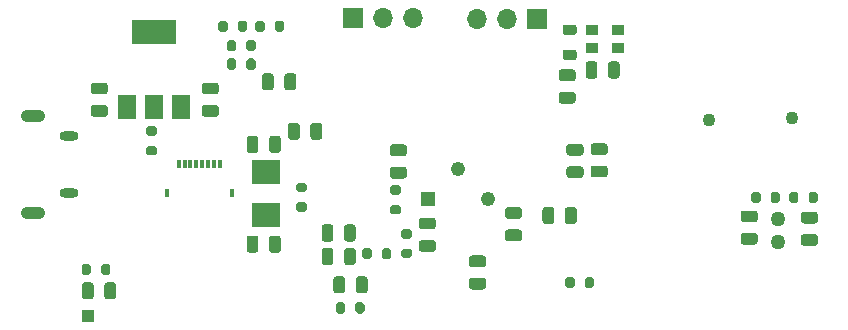
<source format=gbr>
%TF.GenerationSoftware,KiCad,Pcbnew,(5.1.9)-1*%
%TF.CreationDate,2021-04-11T16:36:30+08:00*%
%TF.ProjectId,st_usbAudioV1_demo,73745f75-7362-4417-9564-696f56315f64,rev?*%
%TF.SameCoordinates,Original*%
%TF.FileFunction,Soldermask,Bot*%
%TF.FilePolarity,Negative*%
%FSLAX46Y46*%
G04 Gerber Fmt 4.6, Leading zero omitted, Abs format (unit mm)*
G04 Created by KiCad (PCBNEW (5.1.9)-1) date 2021-04-11 16:36:30*
%MOMM*%
%LPD*%
G01*
G04 APERTURE LIST*
%ADD10O,1.700000X1.700000*%
%ADD11R,1.700000X1.700000*%
%ADD12R,1.000000X1.000000*%
%ADD13R,2.400000X2.000000*%
%ADD14O,2.100000X1.050000*%
%ADD15O,1.600000X0.800000*%
%ADD16R,1.000000X0.900000*%
%ADD17R,1.500000X2.000000*%
%ADD18R,3.800000X2.000000*%
%ADD19R,1.222000X1.222000*%
%ADD20C,1.222000*%
%ADD21C,1.258000*%
%ADD22C,1.100000*%
%ADD23R,0.400000X0.800000*%
%ADD24R,0.300000X0.800000*%
G04 APERTURE END LIST*
D10*
%TO.C,J1*%
X151640000Y-61000000D03*
X149100000Y-61000000D03*
D11*
X146560000Y-61000000D03*
%TD*%
D12*
%TO.C,RST*%
X124150000Y-86250000D03*
%TD*%
D13*
%TO.C,Y1*%
X139200000Y-77700000D03*
X139200000Y-74000000D03*
%TD*%
%TO.C,L2*%
G36*
G01*
X164518750Y-63687500D02*
X165281250Y-63687500D01*
G75*
G02*
X165500000Y-63906250I0J-218750D01*
G01*
X165500000Y-64343750D01*
G75*
G02*
X165281250Y-64562500I-218750J0D01*
G01*
X164518750Y-64562500D01*
G75*
G02*
X164300000Y-64343750I0J218750D01*
G01*
X164300000Y-63906250D01*
G75*
G02*
X164518750Y-63687500I218750J0D01*
G01*
G37*
G36*
G01*
X164518750Y-61562500D02*
X165281250Y-61562500D01*
G75*
G02*
X165500000Y-61781250I0J-218750D01*
G01*
X165500000Y-62218750D01*
G75*
G02*
X165281250Y-62437500I-218750J0D01*
G01*
X164518750Y-62437500D01*
G75*
G02*
X164300000Y-62218750I0J218750D01*
G01*
X164300000Y-61781250D01*
G75*
G02*
X164518750Y-61562500I218750J0D01*
G01*
G37*
%TD*%
D14*
%TO.C,USB1*%
X119432000Y-69300000D03*
X119432000Y-77500000D03*
D15*
X122512000Y-75825000D03*
X122512000Y-70975000D03*
%TD*%
D16*
%TO.C,X1*%
X166825000Y-63575000D03*
X168975000Y-63575000D03*
X168975000Y-62025000D03*
X166825000Y-62025000D03*
%TD*%
D17*
%TO.C,U2*%
X132025000Y-68500000D03*
X127425000Y-68500000D03*
X129725000Y-68500000D03*
D18*
X129725000Y-62200000D03*
%TD*%
D19*
%TO.C,RV1*%
X152910000Y-76300000D03*
D20*
X155450000Y-73760000D03*
X157990000Y-76300000D03*
%TD*%
%TO.C,R19*%
G36*
G01*
X129225000Y-71825000D02*
X129775000Y-71825000D01*
G75*
G02*
X129975000Y-72025000I0J-200000D01*
G01*
X129975000Y-72425000D01*
G75*
G02*
X129775000Y-72625000I-200000J0D01*
G01*
X129225000Y-72625000D01*
G75*
G02*
X129025000Y-72425000I0J200000D01*
G01*
X129025000Y-72025000D01*
G75*
G02*
X129225000Y-71825000I200000J0D01*
G01*
G37*
G36*
G01*
X129225000Y-70175000D02*
X129775000Y-70175000D01*
G75*
G02*
X129975000Y-70375000I0J-200000D01*
G01*
X129975000Y-70775000D01*
G75*
G02*
X129775000Y-70975000I-200000J0D01*
G01*
X129225000Y-70975000D01*
G75*
G02*
X129025000Y-70775000I0J200000D01*
G01*
X129025000Y-70375000D01*
G75*
G02*
X129225000Y-70175000I200000J0D01*
G01*
G37*
%TD*%
%TO.C,R18*%
G36*
G01*
X149000000Y-81225000D02*
X149000000Y-80675000D01*
G75*
G02*
X149200000Y-80475000I200000J0D01*
G01*
X149600000Y-80475000D01*
G75*
G02*
X149800000Y-80675000I0J-200000D01*
G01*
X149800000Y-81225000D01*
G75*
G02*
X149600000Y-81425000I-200000J0D01*
G01*
X149200000Y-81425000D01*
G75*
G02*
X149000000Y-81225000I0J200000D01*
G01*
G37*
G36*
G01*
X147350000Y-81225000D02*
X147350000Y-80675000D01*
G75*
G02*
X147550000Y-80475000I200000J0D01*
G01*
X147950000Y-80475000D01*
G75*
G02*
X148150000Y-80675000I0J-200000D01*
G01*
X148150000Y-81225000D01*
G75*
G02*
X147950000Y-81425000I-200000J0D01*
G01*
X147550000Y-81425000D01*
G75*
G02*
X147350000Y-81225000I0J200000D01*
G01*
G37*
%TD*%
%TO.C,R17*%
G36*
G01*
X151375000Y-79675000D02*
X150825000Y-79675000D01*
G75*
G02*
X150625000Y-79475000I0J200000D01*
G01*
X150625000Y-79075000D01*
G75*
G02*
X150825000Y-78875000I200000J0D01*
G01*
X151375000Y-78875000D01*
G75*
G02*
X151575000Y-79075000I0J-200000D01*
G01*
X151575000Y-79475000D01*
G75*
G02*
X151375000Y-79675000I-200000J0D01*
G01*
G37*
G36*
G01*
X151375000Y-81325000D02*
X150825000Y-81325000D01*
G75*
G02*
X150625000Y-81125000I0J200000D01*
G01*
X150625000Y-80725000D01*
G75*
G02*
X150825000Y-80525000I200000J0D01*
G01*
X151375000Y-80525000D01*
G75*
G02*
X151575000Y-80725000I0J-200000D01*
G01*
X151575000Y-81125000D01*
G75*
G02*
X151375000Y-81325000I-200000J0D01*
G01*
G37*
%TD*%
%TO.C,R16*%
G36*
G01*
X181925000Y-76475000D02*
X181925000Y-75925000D01*
G75*
G02*
X182125000Y-75725000I200000J0D01*
G01*
X182525000Y-75725000D01*
G75*
G02*
X182725000Y-75925000I0J-200000D01*
G01*
X182725000Y-76475000D01*
G75*
G02*
X182525000Y-76675000I-200000J0D01*
G01*
X182125000Y-76675000D01*
G75*
G02*
X181925000Y-76475000I0J200000D01*
G01*
G37*
G36*
G01*
X180275000Y-76475000D02*
X180275000Y-75925000D01*
G75*
G02*
X180475000Y-75725000I200000J0D01*
G01*
X180875000Y-75725000D01*
G75*
G02*
X181075000Y-75925000I0J-200000D01*
G01*
X181075000Y-76475000D01*
G75*
G02*
X180875000Y-76675000I-200000J0D01*
G01*
X180475000Y-76675000D01*
G75*
G02*
X180275000Y-76475000I0J200000D01*
G01*
G37*
%TD*%
%TO.C,R15*%
G36*
G01*
X185125000Y-76475000D02*
X185125000Y-75925000D01*
G75*
G02*
X185325000Y-75725000I200000J0D01*
G01*
X185725000Y-75725000D01*
G75*
G02*
X185925000Y-75925000I0J-200000D01*
G01*
X185925000Y-76475000D01*
G75*
G02*
X185725000Y-76675000I-200000J0D01*
G01*
X185325000Y-76675000D01*
G75*
G02*
X185125000Y-76475000I0J200000D01*
G01*
G37*
G36*
G01*
X183475000Y-76475000D02*
X183475000Y-75925000D01*
G75*
G02*
X183675000Y-75725000I200000J0D01*
G01*
X184075000Y-75725000D01*
G75*
G02*
X184275000Y-75925000I0J-200000D01*
G01*
X184275000Y-76475000D01*
G75*
G02*
X184075000Y-76675000I-200000J0D01*
G01*
X183675000Y-76675000D01*
G75*
G02*
X183475000Y-76475000I0J200000D01*
G01*
G37*
%TD*%
%TO.C,R14*%
G36*
G01*
X135950000Y-61425000D02*
X135950000Y-61975000D01*
G75*
G02*
X135750000Y-62175000I-200000J0D01*
G01*
X135350000Y-62175000D01*
G75*
G02*
X135150000Y-61975000I0J200000D01*
G01*
X135150000Y-61425000D01*
G75*
G02*
X135350000Y-61225000I200000J0D01*
G01*
X135750000Y-61225000D01*
G75*
G02*
X135950000Y-61425000I0J-200000D01*
G01*
G37*
G36*
G01*
X137600000Y-61425000D02*
X137600000Y-61975000D01*
G75*
G02*
X137400000Y-62175000I-200000J0D01*
G01*
X137000000Y-62175000D01*
G75*
G02*
X136800000Y-61975000I0J200000D01*
G01*
X136800000Y-61425000D01*
G75*
G02*
X137000000Y-61225000I200000J0D01*
G01*
X137400000Y-61225000D01*
G75*
G02*
X137600000Y-61425000I0J-200000D01*
G01*
G37*
%TD*%
%TO.C,R13*%
G36*
G01*
X139925000Y-61975000D02*
X139925000Y-61425000D01*
G75*
G02*
X140125000Y-61225000I200000J0D01*
G01*
X140525000Y-61225000D01*
G75*
G02*
X140725000Y-61425000I0J-200000D01*
G01*
X140725000Y-61975000D01*
G75*
G02*
X140525000Y-62175000I-200000J0D01*
G01*
X140125000Y-62175000D01*
G75*
G02*
X139925000Y-61975000I0J200000D01*
G01*
G37*
G36*
G01*
X138275000Y-61975000D02*
X138275000Y-61425000D01*
G75*
G02*
X138475000Y-61225000I200000J0D01*
G01*
X138875000Y-61225000D01*
G75*
G02*
X139075000Y-61425000I0J-200000D01*
G01*
X139075000Y-61975000D01*
G75*
G02*
X138875000Y-62175000I-200000J0D01*
G01*
X138475000Y-62175000D01*
G75*
G02*
X138275000Y-61975000I0J200000D01*
G01*
G37*
%TD*%
%TO.C,R11*%
G36*
G01*
X150425000Y-75975000D02*
X149875000Y-75975000D01*
G75*
G02*
X149675000Y-75775000I0J200000D01*
G01*
X149675000Y-75375000D01*
G75*
G02*
X149875000Y-75175000I200000J0D01*
G01*
X150425000Y-75175000D01*
G75*
G02*
X150625000Y-75375000I0J-200000D01*
G01*
X150625000Y-75775000D01*
G75*
G02*
X150425000Y-75975000I-200000J0D01*
G01*
G37*
G36*
G01*
X150425000Y-77625000D02*
X149875000Y-77625000D01*
G75*
G02*
X149675000Y-77425000I0J200000D01*
G01*
X149675000Y-77025000D01*
G75*
G02*
X149875000Y-76825000I200000J0D01*
G01*
X150425000Y-76825000D01*
G75*
G02*
X150625000Y-77025000I0J-200000D01*
G01*
X150625000Y-77425000D01*
G75*
G02*
X150425000Y-77625000I-200000J0D01*
G01*
G37*
%TD*%
%TO.C,R10*%
G36*
G01*
X145900000Y-85275000D02*
X145900000Y-85825000D01*
G75*
G02*
X145700000Y-86025000I-200000J0D01*
G01*
X145300000Y-86025000D01*
G75*
G02*
X145100000Y-85825000I0J200000D01*
G01*
X145100000Y-85275000D01*
G75*
G02*
X145300000Y-85075000I200000J0D01*
G01*
X145700000Y-85075000D01*
G75*
G02*
X145900000Y-85275000I0J-200000D01*
G01*
G37*
G36*
G01*
X147550000Y-85275000D02*
X147550000Y-85825000D01*
G75*
G02*
X147350000Y-86025000I-200000J0D01*
G01*
X146950000Y-86025000D01*
G75*
G02*
X146750000Y-85825000I0J200000D01*
G01*
X146750000Y-85275000D01*
G75*
G02*
X146950000Y-85075000I200000J0D01*
G01*
X147350000Y-85075000D01*
G75*
G02*
X147550000Y-85275000I0J-200000D01*
G01*
G37*
%TD*%
%TO.C,R7*%
G36*
G01*
X165325000Y-83125000D02*
X165325000Y-83675000D01*
G75*
G02*
X165125000Y-83875000I-200000J0D01*
G01*
X164725000Y-83875000D01*
G75*
G02*
X164525000Y-83675000I0J200000D01*
G01*
X164525000Y-83125000D01*
G75*
G02*
X164725000Y-82925000I200000J0D01*
G01*
X165125000Y-82925000D01*
G75*
G02*
X165325000Y-83125000I0J-200000D01*
G01*
G37*
G36*
G01*
X166975000Y-83125000D02*
X166975000Y-83675000D01*
G75*
G02*
X166775000Y-83875000I-200000J0D01*
G01*
X166375000Y-83875000D01*
G75*
G02*
X166175000Y-83675000I0J200000D01*
G01*
X166175000Y-83125000D01*
G75*
G02*
X166375000Y-82925000I200000J0D01*
G01*
X166775000Y-82925000D01*
G75*
G02*
X166975000Y-83125000I0J-200000D01*
G01*
G37*
%TD*%
%TO.C,R6*%
G36*
G01*
X141925000Y-76600000D02*
X142475000Y-76600000D01*
G75*
G02*
X142675000Y-76800000I0J-200000D01*
G01*
X142675000Y-77200000D01*
G75*
G02*
X142475000Y-77400000I-200000J0D01*
G01*
X141925000Y-77400000D01*
G75*
G02*
X141725000Y-77200000I0J200000D01*
G01*
X141725000Y-76800000D01*
G75*
G02*
X141925000Y-76600000I200000J0D01*
G01*
G37*
G36*
G01*
X141925000Y-74950000D02*
X142475000Y-74950000D01*
G75*
G02*
X142675000Y-75150000I0J-200000D01*
G01*
X142675000Y-75550000D01*
G75*
G02*
X142475000Y-75750000I-200000J0D01*
G01*
X141925000Y-75750000D01*
G75*
G02*
X141725000Y-75550000I0J200000D01*
G01*
X141725000Y-75150000D01*
G75*
G02*
X141925000Y-74950000I200000J0D01*
G01*
G37*
%TD*%
%TO.C,R4*%
G36*
G01*
X136675000Y-63075000D02*
X136675000Y-63625000D01*
G75*
G02*
X136475000Y-63825000I-200000J0D01*
G01*
X136075000Y-63825000D01*
G75*
G02*
X135875000Y-63625000I0J200000D01*
G01*
X135875000Y-63075000D01*
G75*
G02*
X136075000Y-62875000I200000J0D01*
G01*
X136475000Y-62875000D01*
G75*
G02*
X136675000Y-63075000I0J-200000D01*
G01*
G37*
G36*
G01*
X138325000Y-63075000D02*
X138325000Y-63625000D01*
G75*
G02*
X138125000Y-63825000I-200000J0D01*
G01*
X137725000Y-63825000D01*
G75*
G02*
X137525000Y-63625000I0J200000D01*
G01*
X137525000Y-63075000D01*
G75*
G02*
X137725000Y-62875000I200000J0D01*
G01*
X138125000Y-62875000D01*
G75*
G02*
X138325000Y-63075000I0J-200000D01*
G01*
G37*
%TD*%
%TO.C,R3*%
G36*
G01*
X136675000Y-64625000D02*
X136675000Y-65175000D01*
G75*
G02*
X136475000Y-65375000I-200000J0D01*
G01*
X136075000Y-65375000D01*
G75*
G02*
X135875000Y-65175000I0J200000D01*
G01*
X135875000Y-64625000D01*
G75*
G02*
X136075000Y-64425000I200000J0D01*
G01*
X136475000Y-64425000D01*
G75*
G02*
X136675000Y-64625000I0J-200000D01*
G01*
G37*
G36*
G01*
X138325000Y-64625000D02*
X138325000Y-65175000D01*
G75*
G02*
X138125000Y-65375000I-200000J0D01*
G01*
X137725000Y-65375000D01*
G75*
G02*
X137525000Y-65175000I0J200000D01*
G01*
X137525000Y-64625000D01*
G75*
G02*
X137725000Y-64425000I200000J0D01*
G01*
X138125000Y-64425000D01*
G75*
G02*
X138325000Y-64625000I0J-200000D01*
G01*
G37*
%TD*%
%TO.C,R2*%
G36*
G01*
X124375000Y-82025000D02*
X124375000Y-82575000D01*
G75*
G02*
X124175000Y-82775000I-200000J0D01*
G01*
X123775000Y-82775000D01*
G75*
G02*
X123575000Y-82575000I0J200000D01*
G01*
X123575000Y-82025000D01*
G75*
G02*
X123775000Y-81825000I200000J0D01*
G01*
X124175000Y-81825000D01*
G75*
G02*
X124375000Y-82025000I0J-200000D01*
G01*
G37*
G36*
G01*
X126025000Y-82025000D02*
X126025000Y-82575000D01*
G75*
G02*
X125825000Y-82775000I-200000J0D01*
G01*
X125425000Y-82775000D01*
G75*
G02*
X125225000Y-82575000I0J200000D01*
G01*
X125225000Y-82025000D01*
G75*
G02*
X125425000Y-81825000I200000J0D01*
G01*
X125825000Y-81825000D01*
G75*
G02*
X126025000Y-82025000I0J-200000D01*
G01*
G37*
%TD*%
D21*
%TO.C,MK1*%
X182550000Y-78025000D03*
X182550000Y-79925000D03*
%TD*%
D22*
%TO.C,J6*%
X176725000Y-69600000D03*
X183725000Y-69500000D03*
%TD*%
D23*
%TO.C,J4*%
X136300000Y-75825000D03*
X130800000Y-75825000D03*
D24*
X135300000Y-73325000D03*
X134800000Y-73325000D03*
X134300000Y-73325000D03*
X133800000Y-73325000D03*
X133300000Y-73325000D03*
X132800000Y-73325000D03*
X132300000Y-73325000D03*
X131800000Y-73325000D03*
%TD*%
D10*
%TO.C,J3*%
X157078000Y-61060000D03*
X159618000Y-61060000D03*
D11*
X162158000Y-61060000D03*
%TD*%
%TO.C,C33*%
G36*
G01*
X180575000Y-78300000D02*
X179625000Y-78300000D01*
G75*
G02*
X179375000Y-78050000I0J250000D01*
G01*
X179375000Y-77550000D01*
G75*
G02*
X179625000Y-77300000I250000J0D01*
G01*
X180575000Y-77300000D01*
G75*
G02*
X180825000Y-77550000I0J-250000D01*
G01*
X180825000Y-78050000D01*
G75*
G02*
X180575000Y-78300000I-250000J0D01*
G01*
G37*
G36*
G01*
X180575000Y-80200000D02*
X179625000Y-80200000D01*
G75*
G02*
X179375000Y-79950000I0J250000D01*
G01*
X179375000Y-79450000D01*
G75*
G02*
X179625000Y-79200000I250000J0D01*
G01*
X180575000Y-79200000D01*
G75*
G02*
X180825000Y-79450000I0J-250000D01*
G01*
X180825000Y-79950000D01*
G75*
G02*
X180575000Y-80200000I-250000J0D01*
G01*
G37*
%TD*%
%TO.C,C32*%
G36*
G01*
X166925000Y-73500000D02*
X167875000Y-73500000D01*
G75*
G02*
X168125000Y-73750000I0J-250000D01*
G01*
X168125000Y-74250000D01*
G75*
G02*
X167875000Y-74500000I-250000J0D01*
G01*
X166925000Y-74500000D01*
G75*
G02*
X166675000Y-74250000I0J250000D01*
G01*
X166675000Y-73750000D01*
G75*
G02*
X166925000Y-73500000I250000J0D01*
G01*
G37*
G36*
G01*
X166925000Y-71600000D02*
X167875000Y-71600000D01*
G75*
G02*
X168125000Y-71850000I0J-250000D01*
G01*
X168125000Y-72350000D01*
G75*
G02*
X167875000Y-72600000I-250000J0D01*
G01*
X166925000Y-72600000D01*
G75*
G02*
X166675000Y-72350000I0J250000D01*
G01*
X166675000Y-71850000D01*
G75*
G02*
X166925000Y-71600000I250000J0D01*
G01*
G37*
%TD*%
%TO.C,C30*%
G36*
G01*
X185675000Y-78400000D02*
X184725000Y-78400000D01*
G75*
G02*
X184475000Y-78150000I0J250000D01*
G01*
X184475000Y-77650000D01*
G75*
G02*
X184725000Y-77400000I250000J0D01*
G01*
X185675000Y-77400000D01*
G75*
G02*
X185925000Y-77650000I0J-250000D01*
G01*
X185925000Y-78150000D01*
G75*
G02*
X185675000Y-78400000I-250000J0D01*
G01*
G37*
G36*
G01*
X185675000Y-80300000D02*
X184725000Y-80300000D01*
G75*
G02*
X184475000Y-80050000I0J250000D01*
G01*
X184475000Y-79550000D01*
G75*
G02*
X184725000Y-79300000I250000J0D01*
G01*
X185675000Y-79300000D01*
G75*
G02*
X185925000Y-79550000I0J-250000D01*
G01*
X185925000Y-80050000D01*
G75*
G02*
X185675000Y-80300000I-250000J0D01*
G01*
G37*
%TD*%
%TO.C,C28*%
G36*
G01*
X164875000Y-73550000D02*
X165825000Y-73550000D01*
G75*
G02*
X166075000Y-73800000I0J-250000D01*
G01*
X166075000Y-74300000D01*
G75*
G02*
X165825000Y-74550000I-250000J0D01*
G01*
X164875000Y-74550000D01*
G75*
G02*
X164625000Y-74300000I0J250000D01*
G01*
X164625000Y-73800000D01*
G75*
G02*
X164875000Y-73550000I250000J0D01*
G01*
G37*
G36*
G01*
X164875000Y-71650000D02*
X165825000Y-71650000D01*
G75*
G02*
X166075000Y-71900000I0J-250000D01*
G01*
X166075000Y-72400000D01*
G75*
G02*
X165825000Y-72650000I-250000J0D01*
G01*
X164875000Y-72650000D01*
G75*
G02*
X164625000Y-72400000I0J250000D01*
G01*
X164625000Y-71900000D01*
G75*
G02*
X164875000Y-71650000I250000J0D01*
G01*
G37*
%TD*%
%TO.C,C22*%
G36*
G01*
X145800000Y-81675000D02*
X145800000Y-80725000D01*
G75*
G02*
X146050000Y-80475000I250000J0D01*
G01*
X146550000Y-80475000D01*
G75*
G02*
X146800000Y-80725000I0J-250000D01*
G01*
X146800000Y-81675000D01*
G75*
G02*
X146550000Y-81925000I-250000J0D01*
G01*
X146050000Y-81925000D01*
G75*
G02*
X145800000Y-81675000I0J250000D01*
G01*
G37*
G36*
G01*
X143900000Y-81675000D02*
X143900000Y-80725000D01*
G75*
G02*
X144150000Y-80475000I250000J0D01*
G01*
X144650000Y-80475000D01*
G75*
G02*
X144900000Y-80725000I0J-250000D01*
G01*
X144900000Y-81675000D01*
G75*
G02*
X144650000Y-81925000I-250000J0D01*
G01*
X144150000Y-81925000D01*
G75*
G02*
X143900000Y-81675000I0J250000D01*
G01*
G37*
%TD*%
%TO.C,C21*%
G36*
G01*
X144900000Y-78725000D02*
X144900000Y-79675000D01*
G75*
G02*
X144650000Y-79925000I-250000J0D01*
G01*
X144150000Y-79925000D01*
G75*
G02*
X143900000Y-79675000I0J250000D01*
G01*
X143900000Y-78725000D01*
G75*
G02*
X144150000Y-78475000I250000J0D01*
G01*
X144650000Y-78475000D01*
G75*
G02*
X144900000Y-78725000I0J-250000D01*
G01*
G37*
G36*
G01*
X146800000Y-78725000D02*
X146800000Y-79675000D01*
G75*
G02*
X146550000Y-79925000I-250000J0D01*
G01*
X146050000Y-79925000D01*
G75*
G02*
X145800000Y-79675000I0J250000D01*
G01*
X145800000Y-78725000D01*
G75*
G02*
X146050000Y-78475000I250000J0D01*
G01*
X146550000Y-78475000D01*
G75*
G02*
X146800000Y-78725000I0J-250000D01*
G01*
G37*
%TD*%
%TO.C,C20*%
G36*
G01*
X165175000Y-66350000D02*
X164225000Y-66350000D01*
G75*
G02*
X163975000Y-66100000I0J250000D01*
G01*
X163975000Y-65600000D01*
G75*
G02*
X164225000Y-65350000I250000J0D01*
G01*
X165175000Y-65350000D01*
G75*
G02*
X165425000Y-65600000I0J-250000D01*
G01*
X165425000Y-66100000D01*
G75*
G02*
X165175000Y-66350000I-250000J0D01*
G01*
G37*
G36*
G01*
X165175000Y-68250000D02*
X164225000Y-68250000D01*
G75*
G02*
X163975000Y-68000000I0J250000D01*
G01*
X163975000Y-67500000D01*
G75*
G02*
X164225000Y-67250000I250000J0D01*
G01*
X165175000Y-67250000D01*
G75*
G02*
X165425000Y-67500000I0J-250000D01*
G01*
X165425000Y-68000000D01*
G75*
G02*
X165175000Y-68250000I-250000J0D01*
G01*
G37*
%TD*%
%TO.C,C19*%
G36*
G01*
X152375000Y-79800000D02*
X153325000Y-79800000D01*
G75*
G02*
X153575000Y-80050000I0J-250000D01*
G01*
X153575000Y-80550000D01*
G75*
G02*
X153325000Y-80800000I-250000J0D01*
G01*
X152375000Y-80800000D01*
G75*
G02*
X152125000Y-80550000I0J250000D01*
G01*
X152125000Y-80050000D01*
G75*
G02*
X152375000Y-79800000I250000J0D01*
G01*
G37*
G36*
G01*
X152375000Y-77900000D02*
X153325000Y-77900000D01*
G75*
G02*
X153575000Y-78150000I0J-250000D01*
G01*
X153575000Y-78650000D01*
G75*
G02*
X153325000Y-78900000I-250000J0D01*
G01*
X152375000Y-78900000D01*
G75*
G02*
X152125000Y-78650000I0J250000D01*
G01*
X152125000Y-78150000D01*
G75*
G02*
X152375000Y-77900000I250000J0D01*
G01*
G37*
%TD*%
%TO.C,C17*%
G36*
G01*
X145900000Y-83125000D02*
X145900000Y-84075000D01*
G75*
G02*
X145650000Y-84325000I-250000J0D01*
G01*
X145150000Y-84325000D01*
G75*
G02*
X144900000Y-84075000I0J250000D01*
G01*
X144900000Y-83125000D01*
G75*
G02*
X145150000Y-82875000I250000J0D01*
G01*
X145650000Y-82875000D01*
G75*
G02*
X145900000Y-83125000I0J-250000D01*
G01*
G37*
G36*
G01*
X147800000Y-83125000D02*
X147800000Y-84075000D01*
G75*
G02*
X147550000Y-84325000I-250000J0D01*
G01*
X147050000Y-84325000D01*
G75*
G02*
X146800000Y-84075000I0J250000D01*
G01*
X146800000Y-83125000D01*
G75*
G02*
X147050000Y-82875000I250000J0D01*
G01*
X147550000Y-82875000D01*
G75*
G02*
X147800000Y-83125000I0J-250000D01*
G01*
G37*
%TD*%
%TO.C,C16*%
G36*
G01*
X167250000Y-64925000D02*
X167250000Y-65875000D01*
G75*
G02*
X167000000Y-66125000I-250000J0D01*
G01*
X166500000Y-66125000D01*
G75*
G02*
X166250000Y-65875000I0J250000D01*
G01*
X166250000Y-64925000D01*
G75*
G02*
X166500000Y-64675000I250000J0D01*
G01*
X167000000Y-64675000D01*
G75*
G02*
X167250000Y-64925000I0J-250000D01*
G01*
G37*
G36*
G01*
X169150000Y-64925000D02*
X169150000Y-65875000D01*
G75*
G02*
X168900000Y-66125000I-250000J0D01*
G01*
X168400000Y-66125000D01*
G75*
G02*
X168150000Y-65875000I0J250000D01*
G01*
X168150000Y-64925000D01*
G75*
G02*
X168400000Y-64675000I250000J0D01*
G01*
X168900000Y-64675000D01*
G75*
G02*
X169150000Y-64925000I0J-250000D01*
G01*
G37*
%TD*%
%TO.C,C15*%
G36*
G01*
X142950000Y-71075000D02*
X142950000Y-70125000D01*
G75*
G02*
X143200000Y-69875000I250000J0D01*
G01*
X143700000Y-69875000D01*
G75*
G02*
X143950000Y-70125000I0J-250000D01*
G01*
X143950000Y-71075000D01*
G75*
G02*
X143700000Y-71325000I-250000J0D01*
G01*
X143200000Y-71325000D01*
G75*
G02*
X142950000Y-71075000I0J250000D01*
G01*
G37*
G36*
G01*
X141050000Y-71075000D02*
X141050000Y-70125000D01*
G75*
G02*
X141300000Y-69875000I250000J0D01*
G01*
X141800000Y-69875000D01*
G75*
G02*
X142050000Y-70125000I0J-250000D01*
G01*
X142050000Y-71075000D01*
G75*
G02*
X141800000Y-71325000I-250000J0D01*
G01*
X141300000Y-71325000D01*
G75*
G02*
X141050000Y-71075000I0J250000D01*
G01*
G37*
%TD*%
%TO.C,C13*%
G36*
G01*
X159675000Y-78900000D02*
X160625000Y-78900000D01*
G75*
G02*
X160875000Y-79150000I0J-250000D01*
G01*
X160875000Y-79650000D01*
G75*
G02*
X160625000Y-79900000I-250000J0D01*
G01*
X159675000Y-79900000D01*
G75*
G02*
X159425000Y-79650000I0J250000D01*
G01*
X159425000Y-79150000D01*
G75*
G02*
X159675000Y-78900000I250000J0D01*
G01*
G37*
G36*
G01*
X159675000Y-77000000D02*
X160625000Y-77000000D01*
G75*
G02*
X160875000Y-77250000I0J-250000D01*
G01*
X160875000Y-77750000D01*
G75*
G02*
X160625000Y-78000000I-250000J0D01*
G01*
X159675000Y-78000000D01*
G75*
G02*
X159425000Y-77750000I0J250000D01*
G01*
X159425000Y-77250000D01*
G75*
G02*
X159675000Y-77000000I250000J0D01*
G01*
G37*
%TD*%
%TO.C,C12*%
G36*
G01*
X164500000Y-78200000D02*
X164500000Y-77250000D01*
G75*
G02*
X164750000Y-77000000I250000J0D01*
G01*
X165250000Y-77000000D01*
G75*
G02*
X165500000Y-77250000I0J-250000D01*
G01*
X165500000Y-78200000D01*
G75*
G02*
X165250000Y-78450000I-250000J0D01*
G01*
X164750000Y-78450000D01*
G75*
G02*
X164500000Y-78200000I0J250000D01*
G01*
G37*
G36*
G01*
X162600000Y-78200000D02*
X162600000Y-77250000D01*
G75*
G02*
X162850000Y-77000000I250000J0D01*
G01*
X163350000Y-77000000D01*
G75*
G02*
X163600000Y-77250000I0J-250000D01*
G01*
X163600000Y-78200000D01*
G75*
G02*
X163350000Y-78450000I-250000J0D01*
G01*
X162850000Y-78450000D01*
G75*
G02*
X162600000Y-78200000I0J250000D01*
G01*
G37*
%TD*%
%TO.C,C11*%
G36*
G01*
X138550000Y-79675000D02*
X138550000Y-80625000D01*
G75*
G02*
X138300000Y-80875000I-250000J0D01*
G01*
X137800000Y-80875000D01*
G75*
G02*
X137550000Y-80625000I0J250000D01*
G01*
X137550000Y-79675000D01*
G75*
G02*
X137800000Y-79425000I250000J0D01*
G01*
X138300000Y-79425000D01*
G75*
G02*
X138550000Y-79675000I0J-250000D01*
G01*
G37*
G36*
G01*
X140450000Y-79675000D02*
X140450000Y-80625000D01*
G75*
G02*
X140200000Y-80875000I-250000J0D01*
G01*
X139700000Y-80875000D01*
G75*
G02*
X139450000Y-80625000I0J250000D01*
G01*
X139450000Y-79675000D01*
G75*
G02*
X139700000Y-79425000I250000J0D01*
G01*
X140200000Y-79425000D01*
G75*
G02*
X140450000Y-79675000I0J-250000D01*
G01*
G37*
%TD*%
%TO.C,C10*%
G36*
G01*
X138550000Y-71225000D02*
X138550000Y-72175000D01*
G75*
G02*
X138300000Y-72425000I-250000J0D01*
G01*
X137800000Y-72425000D01*
G75*
G02*
X137550000Y-72175000I0J250000D01*
G01*
X137550000Y-71225000D01*
G75*
G02*
X137800000Y-70975000I250000J0D01*
G01*
X138300000Y-70975000D01*
G75*
G02*
X138550000Y-71225000I0J-250000D01*
G01*
G37*
G36*
G01*
X140450000Y-71225000D02*
X140450000Y-72175000D01*
G75*
G02*
X140200000Y-72425000I-250000J0D01*
G01*
X139700000Y-72425000D01*
G75*
G02*
X139450000Y-72175000I0J250000D01*
G01*
X139450000Y-71225000D01*
G75*
G02*
X139700000Y-70975000I250000J0D01*
G01*
X140200000Y-70975000D01*
G75*
G02*
X140450000Y-71225000I0J-250000D01*
G01*
G37*
%TD*%
%TO.C,C9*%
G36*
G01*
X140750000Y-66875000D02*
X140750000Y-65925000D01*
G75*
G02*
X141000000Y-65675000I250000J0D01*
G01*
X141500000Y-65675000D01*
G75*
G02*
X141750000Y-65925000I0J-250000D01*
G01*
X141750000Y-66875000D01*
G75*
G02*
X141500000Y-67125000I-250000J0D01*
G01*
X141000000Y-67125000D01*
G75*
G02*
X140750000Y-66875000I0J250000D01*
G01*
G37*
G36*
G01*
X138850000Y-66875000D02*
X138850000Y-65925000D01*
G75*
G02*
X139100000Y-65675000I250000J0D01*
G01*
X139600000Y-65675000D01*
G75*
G02*
X139850000Y-65925000I0J-250000D01*
G01*
X139850000Y-66875000D01*
G75*
G02*
X139600000Y-67125000I-250000J0D01*
G01*
X139100000Y-67125000D01*
G75*
G02*
X138850000Y-66875000I0J250000D01*
G01*
G37*
%TD*%
%TO.C,C7*%
G36*
G01*
X134947000Y-67468000D02*
X133997000Y-67468000D01*
G75*
G02*
X133747000Y-67218000I0J250000D01*
G01*
X133747000Y-66718000D01*
G75*
G02*
X133997000Y-66468000I250000J0D01*
G01*
X134947000Y-66468000D01*
G75*
G02*
X135197000Y-66718000I0J-250000D01*
G01*
X135197000Y-67218000D01*
G75*
G02*
X134947000Y-67468000I-250000J0D01*
G01*
G37*
G36*
G01*
X134947000Y-69368000D02*
X133997000Y-69368000D01*
G75*
G02*
X133747000Y-69118000I0J250000D01*
G01*
X133747000Y-68618000D01*
G75*
G02*
X133997000Y-68368000I250000J0D01*
G01*
X134947000Y-68368000D01*
G75*
G02*
X135197000Y-68618000I0J-250000D01*
G01*
X135197000Y-69118000D01*
G75*
G02*
X134947000Y-69368000I-250000J0D01*
G01*
G37*
%TD*%
%TO.C,C5*%
G36*
G01*
X149925000Y-73600000D02*
X150875000Y-73600000D01*
G75*
G02*
X151125000Y-73850000I0J-250000D01*
G01*
X151125000Y-74350000D01*
G75*
G02*
X150875000Y-74600000I-250000J0D01*
G01*
X149925000Y-74600000D01*
G75*
G02*
X149675000Y-74350000I0J250000D01*
G01*
X149675000Y-73850000D01*
G75*
G02*
X149925000Y-73600000I250000J0D01*
G01*
G37*
G36*
G01*
X149925000Y-71700000D02*
X150875000Y-71700000D01*
G75*
G02*
X151125000Y-71950000I0J-250000D01*
G01*
X151125000Y-72450000D01*
G75*
G02*
X150875000Y-72700000I-250000J0D01*
G01*
X149925000Y-72700000D01*
G75*
G02*
X149675000Y-72450000I0J250000D01*
G01*
X149675000Y-71950000D01*
G75*
G02*
X149925000Y-71700000I250000J0D01*
G01*
G37*
%TD*%
%TO.C,C4*%
G36*
G01*
X124600000Y-83625000D02*
X124600000Y-84575000D01*
G75*
G02*
X124350000Y-84825000I-250000J0D01*
G01*
X123850000Y-84825000D01*
G75*
G02*
X123600000Y-84575000I0J250000D01*
G01*
X123600000Y-83625000D01*
G75*
G02*
X123850000Y-83375000I250000J0D01*
G01*
X124350000Y-83375000D01*
G75*
G02*
X124600000Y-83625000I0J-250000D01*
G01*
G37*
G36*
G01*
X126500000Y-83625000D02*
X126500000Y-84575000D01*
G75*
G02*
X126250000Y-84825000I-250000J0D01*
G01*
X125750000Y-84825000D01*
G75*
G02*
X125500000Y-84575000I0J250000D01*
G01*
X125500000Y-83625000D01*
G75*
G02*
X125750000Y-83375000I250000J0D01*
G01*
X126250000Y-83375000D01*
G75*
G02*
X126500000Y-83625000I0J-250000D01*
G01*
G37*
%TD*%
%TO.C,C2*%
G36*
G01*
X157575000Y-82100000D02*
X156625000Y-82100000D01*
G75*
G02*
X156375000Y-81850000I0J250000D01*
G01*
X156375000Y-81350000D01*
G75*
G02*
X156625000Y-81100000I250000J0D01*
G01*
X157575000Y-81100000D01*
G75*
G02*
X157825000Y-81350000I0J-250000D01*
G01*
X157825000Y-81850000D01*
G75*
G02*
X157575000Y-82100000I-250000J0D01*
G01*
G37*
G36*
G01*
X157575000Y-84000000D02*
X156625000Y-84000000D01*
G75*
G02*
X156375000Y-83750000I0J250000D01*
G01*
X156375000Y-83250000D01*
G75*
G02*
X156625000Y-83000000I250000J0D01*
G01*
X157575000Y-83000000D01*
G75*
G02*
X157825000Y-83250000I0J-250000D01*
G01*
X157825000Y-83750000D01*
G75*
G02*
X157575000Y-84000000I-250000J0D01*
G01*
G37*
%TD*%
%TO.C,C1*%
G36*
G01*
X124599000Y-68368000D02*
X125549000Y-68368000D01*
G75*
G02*
X125799000Y-68618000I0J-250000D01*
G01*
X125799000Y-69118000D01*
G75*
G02*
X125549000Y-69368000I-250000J0D01*
G01*
X124599000Y-69368000D01*
G75*
G02*
X124349000Y-69118000I0J250000D01*
G01*
X124349000Y-68618000D01*
G75*
G02*
X124599000Y-68368000I250000J0D01*
G01*
G37*
G36*
G01*
X124599000Y-66468000D02*
X125549000Y-66468000D01*
G75*
G02*
X125799000Y-66718000I0J-250000D01*
G01*
X125799000Y-67218000D01*
G75*
G02*
X125549000Y-67468000I-250000J0D01*
G01*
X124599000Y-67468000D01*
G75*
G02*
X124349000Y-67218000I0J250000D01*
G01*
X124349000Y-66718000D01*
G75*
G02*
X124599000Y-66468000I250000J0D01*
G01*
G37*
%TD*%
M02*

</source>
